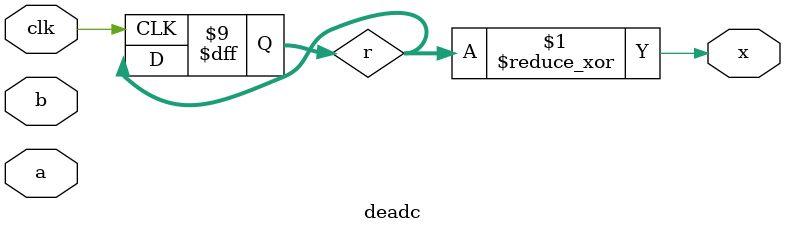
<source format=v>
module deadc(input clk,a,b,output x) ;
    reg [1:0] r = 2'b0 ;
    assign x = ^r ;
    always @(posedge clk) begin
	if( a == 2'b1 && a[0] == 1'b0) r <= 1'b1 ;
    end
endmodule // deadc


</source>
